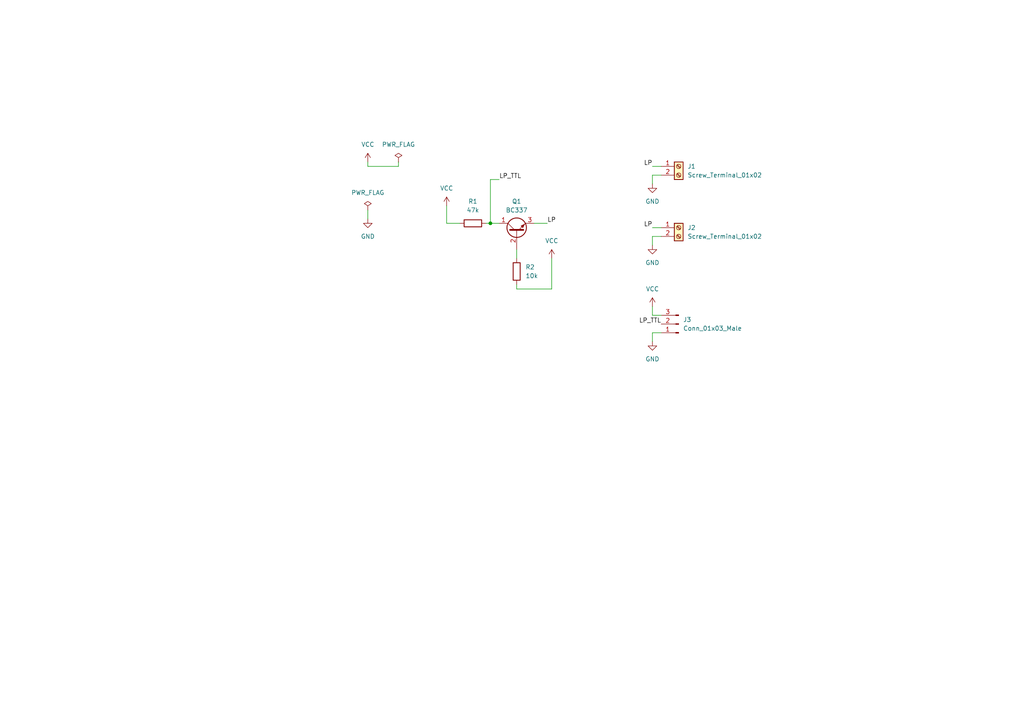
<source format=kicad_sch>
(kicad_sch (version 20211123) (generator eeschema)
  (paper "A4")
  (lib_symbols
    (symbol "Connector:Conn_01x03_Male" (pin_names (offset 1.016) hide)
      (property "Reference" "J" (at 0 5.08 0))
      (property "Value" "Conn_01x03_Male" (at 0 -5.08 0))
      (symbol "Conn_01x03_Male_1_1"
        (polyline (pts (xy 1.27 -2.54) (xy 0.8636 -2.54)) (stroke (width 0.1524)))
        (polyline (pts (xy 1.27 0) (xy 0.8636 0)) (stroke (width 0.1524)))
        (polyline (pts (xy 1.27 2.54) (xy 0.8636 2.54)) (stroke (width 0.1524)))
        (rectangle (start 0.8636 -2.413) (end 0 -2.667) (stroke (width 0.1524)) (fill (type outline)))
        (rectangle (start 0.8636 0.127) (end 0 -0.127) (stroke (width 0.1524)) (fill (type outline)))
        (rectangle (start 0.8636 2.667) (end 0 2.413) (stroke (width 0.1524)) (fill (type outline)))
        (pin passive line (at 5.08 2.54 180) (length 3.81) (name "Pin_1") (number "1"))
        (pin passive line (at 5.08 0 180) (length 3.81) (name "Pin_2") (number "2"))
        (pin passive line (at 5.08 -2.54 180) (length 3.81) (name "Pin_3") (number "3"))
      )
    )
    (symbol "Connector:Screw_Terminal_01x02" (pin_names (offset 1.016) hide)
      (property "Reference" "J" (at 0 2.54 0))
      (property "Value" "Screw_Terminal_01x02" (at 0 -5.08 0))
      (symbol "Screw_Terminal_01x02_1_1"
        (rectangle (start -1.27 1.27) (end 1.27 -3.81) (stroke (width 0.254)) (fill (type background)))
        (circle (center 0 -2.54) (radius 0.635) (stroke (width 0.1524)))
        (polyline (pts (xy -0.5334 -2.2098) (xy 0.3302 -3.048)) (stroke (width 0.1524)))
        (polyline (pts (xy -0.5334 0.3302) (xy 0.3302 -0.508)) (stroke (width 0.1524)))
        (polyline (pts (xy -0.3556 -2.032) (xy 0.508 -2.8702)) (stroke (width 0.1524)))
        (polyline (pts (xy -0.3556 0.508) (xy 0.508 -0.3302)) (stroke (width 0.1524)))
        (circle (center 0 0) (radius 0.635) (stroke (width 0.1524)))
        (pin passive line (at -5.08 0 0) (length 3.81) (name "Pin_1") (number "1"))
        (pin passive line (at -5.08 -2.54 0) (length 3.81) (name "Pin_2") (number "2"))
      )
    )
    (symbol "Device:R" (pin_numbers hide) (pin_names (offset 0))
      (property "Reference" "R" (at 2.032 0 90))
      (property "Value" "R" (at 0 0 90))
      (symbol "R_0_1"
        (rectangle (start -1.016 -2.54) (end 1.016 2.54) (stroke (width 0.254)))
      )
      (symbol "R_1_1"
        (pin passive line (at 0 3.81 270) (length 1.27) (name "~") (number "1"))
        (pin passive line (at 0 -3.81 90) (length 1.27) (name "~") (number "2"))
      )
    )
    (symbol "Transistor_BJT:BC337" (pin_names (offset 0) hide)
      (property "Reference" "Q" (at 5.08 1.905 0))
      (property "Value" "BC337" (at 5.08 0 0))
      (symbol "BC337_0_1"
        (polyline (pts (xy 0 0) (xy 0.635 0)))
        (polyline (pts (xy 0.635 0.635) (xy 2.54 2.54)))
        (polyline (pts (xy 0.635 -0.635) (xy 2.54 -2.54) (xy 2.54 -2.54)))
        (polyline (pts (xy 0.635 1.905) (xy 0.635 -1.905) (xy 0.635 -1.905)) (stroke (width 0.508)))
        (polyline (pts (xy 1.27 -1.778) (xy 1.778 -1.27) (xy 2.286 -2.286) (xy 1.27 -1.778) (xy 1.27 -1.778)) (fill (type outline)))
        (circle (center 1.27 0) (radius 2.8194) (stroke (width 0.254)))
      )
      (symbol "BC337_1_1"
        (pin passive line (at 2.54 5.08 270) (length 2.54) (name "C") (number "1"))
        (pin input line (at -5.08 0 0) (length 5.08) (name "B") (number "2"))
        (pin passive line (at 2.54 -5.08 90) (length 2.54) (name "E") (number "3"))
      )
    )
    (symbol "power:GND" (power) (pin_names (offset 0))
      (property "Value" "GND" (at 0 -3.81 0))
      (symbol "GND_0_1"
        (polyline (pts (xy 0 0) (xy 0 -1.27) (xy 1.27 -1.27) (xy 0 -2.54) (xy -1.27 -1.27) (xy 0 -1.27)))
      )
      (symbol "GND_1_1"
        (pin power_in line (at 0 0 270) (length 0) hide (name "GND") (number "1"))
      )
    )
    (symbol "power:PWR_FLAG" (power) (pin_numbers hide) (pin_names (offset 0) hide)
      (property "Value" "PWR_FLAG" (at 0 3.81 0))
      (symbol "PWR_FLAG_0_0"
        (pin power_out line (at 0 0 90) (length 0) (name "pwr") (number "1"))
      )
      (symbol "PWR_FLAG_0_1"
        (polyline (pts (xy 0 0) (xy 0 1.27) (xy -1.016 1.905) (xy 0 2.54) (xy 1.016 1.905) (xy 0 1.27)))
      )
    )
    (symbol "power:VCC" (power) (pin_names (offset 0))
      (property "Value" "VCC" (at 0 3.81 0))
      (symbol "VCC_0_1"
        (polyline (pts (xy -0.762 1.27) (xy 0 2.54)))
        (polyline (pts (xy 0 0) (xy 0 2.54)))
        (polyline (pts (xy 0 2.54) (xy 0.762 1.27)))
      )
      (symbol "VCC_1_1"
        (pin power_in line (at 0 0 90) (length 0) hide (name "VCC") (number "1"))
      )
    )
  )
  (junction (at 142.24 64.77))
  (wire (pts (xy 140.97 64.77) (xy 142.24 64.77)))
  (wire (pts (xy 189.23 71.12) (xy 189.23 68.58)))
  (wire (pts (xy 149.86 82.55) (xy 149.86 83.82)))
  (wire (pts (xy 142.24 64.77) (xy 142.24 52.07)))
  (wire (pts (xy 149.86 83.82) (xy 160.02 83.82)))
  (wire (pts (xy 106.68 60.96) (xy 106.68 63.5)))
  (wire (pts (xy 189.23 68.58) (xy 191.77 68.58)))
  (wire (pts (xy 160.02 83.82) (xy 160.02 74.93)))
  (wire (pts (xy 129.54 59.69) (xy 129.54 64.77)))
  (wire (pts (xy 189.23 66.04) (xy 191.77 66.04)))
  (wire (pts (xy 189.23 99.06) (xy 189.23 96.52)))
  (wire (pts (xy 115.57 46.99) (xy 115.57 48.26)))
  (wire (pts (xy 129.54 64.77) (xy 133.35 64.77)))
  (wire (pts (xy 189.23 88.9) (xy 189.23 91.44)))
  (wire (pts (xy 189.23 48.26) (xy 191.77 48.26)))
  (wire (pts (xy 142.24 64.77) (xy 144.78 64.77)))
  (wire (pts (xy 106.68 46.99) (xy 106.68 48.26)))
  (wire (pts (xy 189.23 53.34) (xy 189.23 50.8)))
  (wire (pts (xy 189.23 96.52) (xy 191.77 96.52)))
  (wire (pts (xy 149.86 72.39) (xy 149.86 74.93)))
  (wire (pts (xy 189.23 91.44) (xy 191.77 91.44)))
  (wire (pts (xy 154.94 64.77) (xy 158.75 64.77)))
  (wire (pts (xy 106.68 48.26) (xy 115.57 48.26)))
  (wire (pts (xy 189.23 50.8) (xy 191.77 50.8)))
  (wire (pts (xy 142.24 52.07) (xy 144.78 52.07)))
  (label "LP" (at 189.23 66.04 180))
  (label "LP_TTL" (at 191.77 93.98 180))
  (label "LP_TTL" (at 144.78 52.07 0))
  (label "LP" (at 158.75 64.77 0))
  (label "LP" (at 189.23 48.26 180))
  (symbol (lib_id "Transistor_BJT:BC337") (at 149.86 67.31 90) (unit 1)
    (property "Reference" "Q1" (at 149.86 58.42 90))
    (property "Value" "BC337" (at 149.86 60.96 90))
    (property "Footprint" "Package_TO_SOT_THT:TO-92" (effects hide))
    (property "Datasheet" "https://diotec.com/tl_files/diotec/files/pdf/datasheets/bc337.pdf" (effects hide))
  )
  (symbol (lib_id "Connector:Screw_Terminal_01x02") (at 196.85 48.26 0) (unit 1)
    (property "Reference" "J1" (at 199.39 48.2599 0) (effects (justify left)))
    (property "Value" "Screw_Terminal_01x02" (at 199.39 50.7999 0) (effects (justify left)))
    (property "Footprint" "TerminalBlock:TerminalBlock_Altech_AK300-2_P5.00mm" (effects hide))
  )
  (symbol (lib_id "power:VCC") (at 160.02 74.93 0) (unit 1)
    (property "Reference" "#PWR0101" (effects hide))
    (property "Value" "VCC" (at 160.02 69.85 0))
  )
  (symbol (lib_id "power:PWR_FLAG") (at 115.57 46.99 0) (unit 1)
    (property "Reference" "#FLG0102" (effects hide))
    (property "Value" "PWR_FLAG" (at 115.57 41.91 0))
  )
  (symbol (lib_id "power:GND") (at 106.68 63.5 0) (unit 1)
    (property "Reference" "#PWR0108" (effects hide))
    (property "Value" "GND" (at 106.68 68.58 0))
  )
  (symbol (lib_id "power:GND") (at 189.23 53.34 0) (unit 1)
    (property "Reference" "#PWR0103" (effects hide))
    (property "Value" "GND" (at 189.23 58.42 0))
  )
  (symbol (lib_id "power:PWR_FLAG") (at 106.68 60.96 0) (unit 1)
    (property "Reference" "#FLG0101" (effects hide))
    (property "Value" "PWR_FLAG" (at 106.68 55.88 0))
  )
  (symbol (lib_id "power:VCC") (at 189.23 88.9 0) (unit 1)
    (property "Reference" "#PWR0105" (effects hide))
    (property "Value" "VCC" (at 189.23 83.82 0))
  )
  (symbol (lib_id "power:GND") (at 189.23 71.12 0) (unit 1)
    (property "Reference" "#PWR0104" (effects hide))
    (property "Value" "GND" (at 189.23 76.2 0))
  )
  (symbol (lib_id "Device:R") (at 137.16 64.77 90) (unit 1)
    (property "Reference" "R1" (at 137.16 58.42 90))
    (property "Value" "47k" (at 137.16 60.96 90))
    (property "Footprint" "Resistor_THT:R_Axial_DIN0207_L6.3mm_D2.5mm_P7.62mm_Horizontal" (effects hide))
  )
  (symbol (lib_id "power:VCC") (at 106.68 46.99 0) (unit 1)
    (property "Reference" "#PWR0107" (effects hide))
    (property "Value" "VCC" (at 106.68 41.91 0))
  )
  (symbol (lib_id "power:VCC") (at 129.54 59.69 0) (unit 1)
    (property "Reference" "#PWR0102" (effects hide))
    (property "Value" "VCC" (at 129.54 54.61 0))
  )
  (symbol (lib_id "Device:R") (at 149.86 78.74 0) (unit 1)
    (property "Reference" "R2" (at 152.4 77.4699 0) (effects (justify left)))
    (property "Value" "10k" (at 152.4 80.0099 0) (effects (justify left)))
    (property "Footprint" "Resistor_THT:R_Axial_DIN0207_L6.3mm_D2.5mm_P7.62mm_Horizontal" (effects hide))
  )
  (symbol (lib_id "Connector:Screw_Terminal_01x02") (at 196.85 66.04 0) (unit 1)
    (property "Reference" "J2" (at 199.39 66.0399 0) (effects (justify left)))
    (property "Value" "Screw_Terminal_01x02" (at 199.39 68.5799 0) (effects (justify left)))
    (property "Footprint" "TerminalBlock:TerminalBlock_Altech_AK300-2_P5.00mm" (effects hide))
  )
  (symbol (lib_id "Connector:Conn_01x03_Male") (at 196.85 93.98 180) (unit 1)
    (property "Reference" "J3" (at 198.12 92.7099 0) (effects (justify right)))
    (property "Value" "Conn_01x03_Male" (at 198.12 95.2499 0) (effects (justify right)))
    (property "Footprint" "Connector_PinHeader_2.54mm:PinHeader_1x03_P2.54mm_Vertical" (effects hide))
  )
  (symbol (lib_id "power:GND") (at 189.23 99.06 0) (unit 1)
    (property "Reference" "#PWR0106" (effects hide))
    (property "Value" "GND" (at 189.23 104.14 0))
  )
)
</source>
